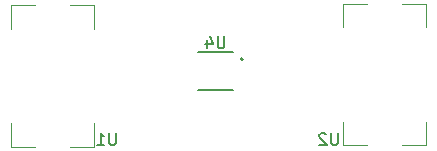
<source format=gbo>
%TF.GenerationSoftware,KiCad,Pcbnew,(6.0.4)*%
%TF.CreationDate,2022-07-28T21:40:12+10:00*%
%TF.ProjectId,GSR Sensor,47535220-5365-46e7-936f-722e6b696361,rev?*%
%TF.SameCoordinates,Original*%
%TF.FileFunction,Legend,Bot*%
%TF.FilePolarity,Positive*%
%FSLAX46Y46*%
G04 Gerber Fmt 4.6, Leading zero omitted, Abs format (unit mm)*
G04 Created by KiCad (PCBNEW (6.0.4)) date 2022-07-28 21:40:12*
%MOMM*%
%LPD*%
G01*
G04 APERTURE LIST*
%ADD10C,0.150000*%
%ADD11C,0.127000*%
%ADD12C,0.200000*%
%ADD13C,0.120000*%
G04 APERTURE END LIST*
D10*
%TO.C,U4*%
X143361904Y-100452380D02*
X143361904Y-101261904D01*
X143314285Y-101357142D01*
X143266666Y-101404761D01*
X143171428Y-101452380D01*
X142980952Y-101452380D01*
X142885714Y-101404761D01*
X142838095Y-101357142D01*
X142790476Y-101261904D01*
X142790476Y-100452380D01*
X141885714Y-100785714D02*
X141885714Y-101452380D01*
X142123809Y-100404761D02*
X142361904Y-101119047D01*
X141742857Y-101119047D01*
%TO.C,U2*%
X152961904Y-108652380D02*
X152961904Y-109461904D01*
X152914285Y-109557142D01*
X152866666Y-109604761D01*
X152771428Y-109652380D01*
X152580952Y-109652380D01*
X152485714Y-109604761D01*
X152438095Y-109557142D01*
X152390476Y-109461904D01*
X152390476Y-108652380D01*
X151961904Y-108747619D02*
X151914285Y-108700000D01*
X151819047Y-108652380D01*
X151580952Y-108652380D01*
X151485714Y-108700000D01*
X151438095Y-108747619D01*
X151390476Y-108842857D01*
X151390476Y-108938095D01*
X151438095Y-109080952D01*
X152009523Y-109652380D01*
X151390476Y-109652380D01*
%TO.C,U1*%
X134161904Y-108652380D02*
X134161904Y-109461904D01*
X134114285Y-109557142D01*
X134066666Y-109604761D01*
X133971428Y-109652380D01*
X133780952Y-109652380D01*
X133685714Y-109604761D01*
X133638095Y-109557142D01*
X133590476Y-109461904D01*
X133590476Y-108652380D01*
X132590476Y-109652380D02*
X133161904Y-109652380D01*
X132876190Y-109652380D02*
X132876190Y-108652380D01*
X132971428Y-108795238D01*
X133066666Y-108890476D01*
X133161904Y-108938095D01*
D11*
%TO.C,U4*%
X141085000Y-104985000D02*
X144085000Y-104985000D01*
X144085000Y-101815000D02*
X141085000Y-101815000D01*
D12*
X144940000Y-102400000D02*
G75*
G03*
X144940000Y-102400000I-100000J0D01*
G01*
D13*
%TO.C,U2*%
X160405000Y-97695000D02*
X160405000Y-99695000D01*
X160405000Y-97695000D02*
X158405000Y-97695000D01*
X153405000Y-107695000D02*
X153405000Y-109695000D01*
X158405000Y-109695000D02*
X160405000Y-109695000D01*
X153405000Y-109695000D02*
X155405000Y-109695000D01*
X153405000Y-97695000D02*
X153405000Y-99695000D01*
X155405000Y-97695000D02*
X153405000Y-97695000D01*
X160405000Y-109695000D02*
X160405000Y-107695000D01*
%TO.C,U1*%
X132300000Y-97800000D02*
X130300000Y-97800000D01*
X130300000Y-109800000D02*
X132300000Y-109800000D01*
X125300000Y-109800000D02*
X127300000Y-109800000D01*
X132300000Y-109800000D02*
X132300000Y-107800000D01*
X125300000Y-97800000D02*
X125300000Y-99800000D01*
X125300000Y-107800000D02*
X125300000Y-109800000D01*
X127300000Y-97800000D02*
X125300000Y-97800000D01*
X132300000Y-97800000D02*
X132300000Y-99800000D01*
%TD*%
M02*

</source>
